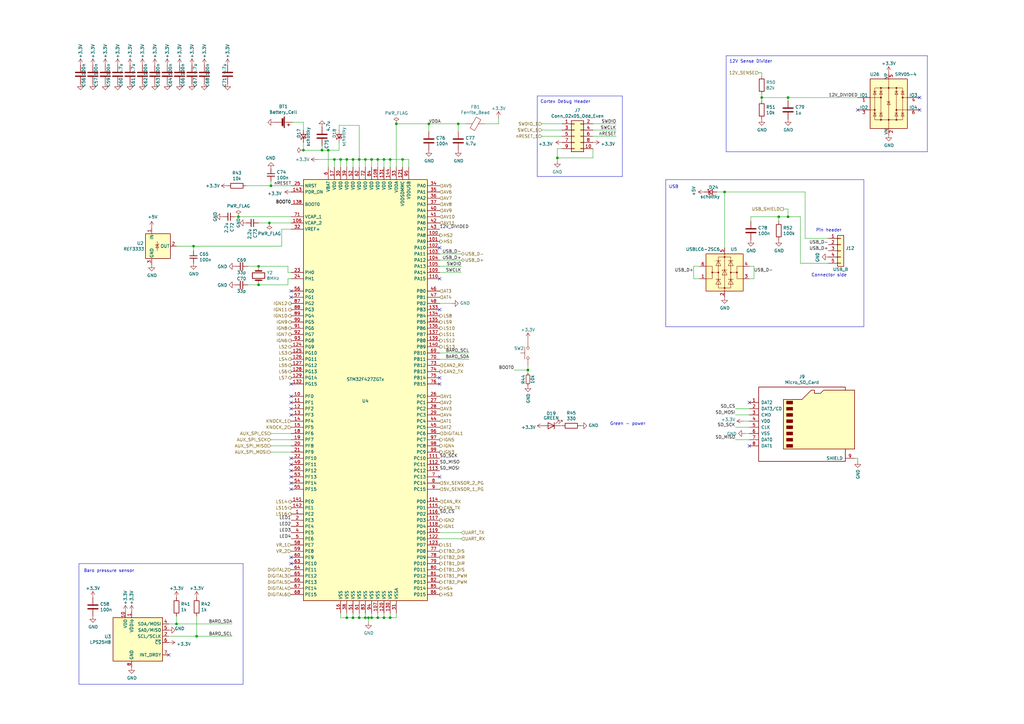
<source format=kicad_sch>
(kicad_sch (version 20231120) (generator "eeschema") (generator_version "8.0")
  (paper "A3")
  (junction (at 72.39 255.905))
  (junction (at 154.94 65.405))
  (junction (at 137.16 65.405))
  (junction (at 160.02 65.405))
  (junction (at 110.49 91.44))
  (junction (at 134.62 61.595))
  (junction (at 132.08 61.595))
  (junction (at 157.48 65.405))
  (junction (at 111.125 76.2))
  (junction (at 162.56 50.8))
  (junction (at 152.4 65.405))
  (junction (at 175.895 50.8))
  (junction (at 297.18 78.74))
  (junction (at 106.045 109.22))
  (junction (at 106.045 116.84))
  (junction (at 160.02 253.365))
  (junction (at 165.1 65.405))
  (junction (at 80.645 260.985))
  (junction (at 147.32 253.365))
  (junction (at 144.78 253.365))
  (junction (at 124.46 61.595))
  (junction (at 154.94 253.365))
  (junction (at 79.375 100.965))
  (junction (at 323.215 40.005))
  (junction (at 149.86 253.365))
  (junction (at 323.215 88.9))
  (junction (at 142.24 253.365))
  (junction (at 312.42 40.005))
  (junction (at 144.78 65.405))
  (junction (at 152.4 253.365))
  (junction (at 147.32 65.405))
  (junction (at 228.6 64.77))
  (junction (at 157.48 253.365))
  (junction (at 142.24 65.405))
  (junction (at 139.7 65.405))
  (junction (at 187.96 50.8))
  (junction (at 97.79 88.9))
  (junction (at 151.13 253.365))
  (junction (at 319.405 88.9))
  (junction (at 216.535 151.765))
  (junction (at 149.86 65.405))
  (no_connect (at 119.38 228.6))
  (no_connect (at 351.79 45.085))
  (no_connect (at 69.215 268.605))
  (no_connect (at 119.38 167.64))
  (no_connect (at 180.34 195.58))
  (no_connect (at 119.38 165.1))
  (no_connect (at 180.34 114.3))
  (no_connect (at 119.38 195.58))
  (no_connect (at 180.34 101.6))
  (no_connect (at 119.38 200.66))
  (no_connect (at 119.38 157.48))
  (no_connect (at 180.34 127))
  (no_connect (at 377.19 40.005))
  (no_connect (at 119.38 121.92))
  (no_connect (at 119.38 198.12))
  (no_connect (at 119.38 119.38))
  (no_connect (at 119.38 187.96))
  (no_connect (at 119.38 193.04))
  (no_connect (at 180.34 154.94))
  (no_connect (at 119.38 190.5))
  (no_connect (at 119.38 231.14))
  (no_connect (at 119.38 170.18))
  (no_connect (at 377.19 45.085))
  (no_connect (at 307.34 182.88))
  (no_connect (at 307.34 165.1))
  (no_connect (at 180.34 157.48))
  (no_connect (at 119.38 162.56))
  (wire (pts (xy 157.48 65.405) (xy 157.48 68.58)))
  (wire (pts (xy 139.7 253.365) (xy 142.24 253.365)))
  (wire (pts (xy 149.86 253.365) (xy 149.86 251.46)))
  (wire (pts (xy 198.755 50.8) (xy 204.47 50.8)))
  (polyline (pts (xy 297.815 22.86) (xy 297.815 62.23)))
  (wire (pts (xy 149.86 253.365) (xy 151.13 253.365)))
  (wire (pts (xy 216.535 139.065) (xy 216.535 139.7)))
  (wire (pts (xy 160.02 65.405) (xy 160.02 68.58)))
  (polyline (pts (xy 380.365 62.23) (xy 380.365 22.86)))
  (wire (pts (xy 328.295 107.95) (xy 339.725 107.95)))
  (wire (pts (xy 119.38 185.42) (xy 111.125 185.42)))
  (wire (pts (xy 72.39 255.905) (xy 95.25 255.905)))
  (wire (pts (xy 152.4 65.405) (xy 154.94 65.405)))
  (wire (pts (xy 120.015 50.165) (xy 124.46 50.165)))
  (wire (pts (xy 189.23 111.76) (xy 180.34 111.76)))
  (wire (pts (xy 189.23 218.44) (xy 180.34 218.44)))
  (wire (pts (xy 110.49 91.44) (xy 119.38 91.44)))
  (wire (pts (xy 167.64 65.405) (xy 165.1 65.405)))
  (wire (pts (xy 301.625 180.34) (xy 307.34 180.34)))
  (wire (pts (xy 154.94 251.46) (xy 154.94 253.365)))
  (wire (pts (xy 230.505 60.96) (xy 228.6 60.96)))
  (wire (pts (xy 119.38 88.9) (xy 97.79 88.9)))
  (wire (pts (xy 139.7 65.405) (xy 139.7 68.58)))
  (wire (pts (xy 130.175 65.405) (xy 137.16 65.405)))
  (wire (pts (xy 152.4 68.58) (xy 152.4 65.405)))
  (wire (pts (xy 111.125 76.2) (xy 119.38 76.2)))
  (wire (pts (xy 204.47 50.8) (xy 204.47 48.26)))
  (wire (pts (xy 119.38 111.76) (xy 118.11 111.76)))
  (wire (pts (xy 144.78 253.365) (xy 147.32 253.365)))
  (wire (pts (xy 309.245 109.22) (xy 309.245 114.3)))
  (wire (pts (xy 106.045 109.22) (xy 118.11 109.22)))
  (wire (pts (xy 124.46 61.595) (xy 124.46 58.42)))
  (wire (pts (xy 312.42 29.845) (xy 311.15 29.845)))
  (wire (pts (xy 132.08 61.595) (xy 124.46 61.595)))
  (polyline (pts (xy 32.385 280.67) (xy 99.695 280.67)))
  (wire (pts (xy 69.215 260.985) (xy 80.645 260.985)))
  (wire (pts (xy 189.23 104.14) (xy 180.34 104.14)))
  (wire (pts (xy 111.125 76.2) (xy 111.125 74.295)))
  (wire (pts (xy 72.39 100.965) (xy 79.375 100.965)))
  (wire (pts (xy 243.205 55.88) (xy 252.73 55.88)))
  (wire (pts (xy 147.32 253.365) (xy 149.86 253.365)))
  (wire (pts (xy 115.57 93.98) (xy 119.38 93.98)))
  (wire (pts (xy 151.13 255.27) (xy 151.13 253.365)))
  (wire (pts (xy 323.215 40.005) (xy 323.215 41.275)))
  (wire (pts (xy 154.94 68.58) (xy 154.94 65.405)))
  (polyline (pts (xy 255.27 72.39) (xy 220.345 72.39)))
  (wire (pts (xy 180.34 147.32) (xy 192.405 147.32)))
  (wire (pts (xy 297.18 78.74) (xy 294.005 78.74)))
  (wire (pts (xy 228.6 60.96) (xy 228.6 64.77)))
  (wire (pts (xy 165.1 65.405) (xy 165.1 68.58)))
  (wire (pts (xy 139.7 65.405) (xy 142.24 65.405)))
  (wire (pts (xy 137.16 65.405) (xy 137.16 68.58)))
  (wire (pts (xy 284.48 109.22) (xy 284.48 114.3)))
  (wire (pts (xy 321.31 85.725) (xy 323.215 85.725)))
  (polyline (pts (xy 32.385 231.14) (xy 32.385 280.67)))
  (polyline (pts (xy 273.05 73.66) (xy 354.33 73.66)))
  (wire (pts (xy 301.625 175.26) (xy 307.34 175.26)))
  (wire (pts (xy 304.8 172.72) (xy 307.34 172.72)))
  (wire (pts (xy 118.11 111.76) (xy 118.11 109.22)))
  (polyline (pts (xy 220.345 39.37) (xy 255.27 39.37)))
  (polyline (pts (xy 99.695 280.67) (xy 99.695 231.14)))
  (wire (pts (xy 79.375 100.965) (xy 115.57 100.965)))
  (wire (pts (xy 180.34 106.68) (xy 189.23 106.68)))
  (wire (pts (xy 118.11 116.84) (xy 118.11 114.3)))
  (wire (pts (xy 154.94 65.405) (xy 157.48 65.405)))
  (wire (pts (xy 339.725 97.79) (xy 330.2 97.79)))
  (wire (pts (xy 137.16 65.405) (xy 139.7 65.405)))
  (wire (pts (xy 149.86 65.405) (xy 152.4 65.405)))
  (wire (pts (xy 97.79 88.9) (xy 96.52 88.9)))
  (wire (pts (xy 330.2 78.74) (xy 297.18 78.74)))
  (wire (pts (xy 160.02 65.405) (xy 165.1 65.405)))
  (wire (pts (xy 142.24 253.365) (xy 144.78 253.365)))
  (wire (pts (xy 154.94 253.365) (xy 157.48 253.365)))
  (wire (pts (xy 175.895 50.8) (xy 175.895 53.975)))
  (wire (pts (xy 312.42 40.005) (xy 323.215 40.005)))
  (wire (pts (xy 216.535 151.765) (xy 210.82 151.765)))
  (wire (pts (xy 134.62 61.595) (xy 134.62 68.58)))
  (wire (pts (xy 187.96 53.975) (xy 187.96 50.8)))
  (polyline (pts (xy 297.815 22.86) (xy 380.365 22.86)))
  (wire (pts (xy 144.78 65.405) (xy 144.78 68.58)))
  (polyline (pts (xy 220.345 39.37) (xy 220.345 72.39)))
  (wire (pts (xy 160.02 253.365) (xy 160.02 251.46)))
  (wire (pts (xy 351.79 187.96) (xy 350.52 187.96)))
  (wire (pts (xy 139.7 251.46) (xy 139.7 253.365)))
  (wire (pts (xy 147.32 68.58) (xy 147.32 65.405)))
  (wire (pts (xy 351.79 189.23) (xy 351.79 187.96)))
  (wire (pts (xy 187.96 50.8) (xy 191.135 50.8)))
  (wire (pts (xy 79.375 100.965) (xy 79.375 102.87)))
  (polyline (pts (xy 99.695 231.14) (xy 32.385 231.14)))
  (wire (pts (xy 323.215 40.005) (xy 351.79 40.005)))
  (wire (pts (xy 243.205 50.8) (xy 252.73 50.8)))
  (wire (pts (xy 118.11 114.3) (xy 119.38 114.3)))
  (wire (pts (xy 307.34 109.22) (xy 309.245 109.22)))
  (wire (pts (xy 187.96 50.8) (xy 175.895 50.8)))
  (wire (pts (xy 162.56 50.8) (xy 162.56 68.58)))
  (wire (pts (xy 119.38 182.88) (xy 111.125 182.88)))
  (wire (pts (xy 284.48 114.3) (xy 287.02 114.3)))
  (wire (pts (xy 162.56 50.8) (xy 175.895 50.8)))
  (wire (pts (xy 80.645 260.985) (xy 95.25 260.985)))
  (wire (pts (xy 101.6 116.84) (xy 106.045 116.84)))
  (wire (pts (xy 124.46 50.165) (xy 124.46 53.34)))
  (wire (pts (xy 147.32 251.46) (xy 147.32 253.365)))
  (wire (pts (xy 307.975 88.9) (xy 307.975 90.805)))
  (wire (pts (xy 305.435 177.8) (xy 307.34 177.8)))
  (wire (pts (xy 142.24 65.405) (xy 142.24 68.58)))
  (wire (pts (xy 323.215 88.9) (xy 319.405 88.9)))
  (wire (pts (xy 152.4 251.46) (xy 152.4 253.365)))
  (wire (pts (xy 80.645 252.73) (xy 80.645 260.985)))
  (wire (pts (xy 147.32 51.435) (xy 139.065 51.435)))
  (wire (pts (xy 157.48 253.365) (xy 160.02 253.365)))
  (wire (pts (xy 142.24 253.365) (xy 142.24 251.46)))
  (wire (pts (xy 319.405 88.9) (xy 307.975 88.9)))
  (wire (pts (xy 100.965 76.2) (xy 111.125 76.2)))
  (wire (pts (xy 301.625 170.18) (xy 307.34 170.18)))
  (polyline (pts (xy 255.27 39.37) (xy 255.27 72.39)))
  (wire (pts (xy 151.13 253.365) (xy 152.4 253.365)))
  (wire (pts (xy 216.535 153.035) (xy 216.535 151.765)))
  (wire (pts (xy 157.48 253.365) (xy 157.48 251.46)))
  (wire (pts (xy 307.34 114.3) (xy 309.245 114.3)))
  (wire (pts (xy 106.045 91.44) (xy 110.49 91.44)))
  (polyline (pts (xy 354.33 133.985) (xy 273.05 133.985)))
  (wire (pts (xy 72.39 252.73) (xy 72.39 255.905)))
  (wire (pts (xy 222.25 50.8) (xy 230.505 50.8)))
  (wire (pts (xy 222.25 174.625) (xy 222.885 174.625)))
  (wire (pts (xy 284.48 109.22) (xy 287.02 109.22)))
  (wire (pts (xy 162.56 253.365) (xy 162.56 251.46)))
  (wire (pts (xy 243.205 53.34) (xy 252.73 53.34)))
  (wire (pts (xy 144.78 65.405) (xy 147.32 65.405)))
  (wire (pts (xy 297.18 101.6) (xy 297.18 78.74)))
  (wire (pts (xy 106.045 116.84) (xy 118.11 116.84)))
  (wire (pts (xy 216.535 151.765) (xy 216.535 149.86)))
  (wire (pts (xy 152.4 253.365) (xy 154.94 253.365)))
  (wire (pts (xy 132.08 59.69) (xy 132.08 61.595)))
  (wire (pts (xy 139.065 58.42) (xy 139.065 61.595)))
  (wire (pts (xy 243.205 60.96) (xy 243.205 64.77)))
  (wire (pts (xy 312.42 40.005) (xy 312.42 41.275)))
  (wire (pts (xy 139.065 61.595) (xy 134.62 61.595)))
  (wire (pts (xy 147.32 65.405) (xy 149.86 65.405)))
  (wire (pts (xy 189.23 109.22) (xy 180.34 109.22)))
  (wire (pts (xy 328.295 88.9) (xy 323.215 88.9)))
  (wire (pts (xy 115.57 93.98) (xy 115.57 100.965)))
  (wire (pts (xy 106.045 109.22) (xy 101.6 109.22)))
  (wire (pts (xy 139.065 51.435) (xy 139.065 53.34)))
  (wire (pts (xy 330.2 97.79) (xy 330.2 78.74)))
  (wire (pts (xy 149.86 68.58) (xy 149.86 65.405)))
  (wire (pts (xy 312.42 38.735) (xy 312.42 40.005)))
  (wire (pts (xy 312.42 31.115) (xy 312.42 29.845)))
  (wire (pts (xy 228.6 64.77) (xy 228.6 66.04)))
  (wire (pts (xy 167.64 68.58) (xy 167.64 65.405)))
  (polyline (pts (xy 297.815 62.23) (xy 380.365 62.23)))
  (wire (pts (xy 157.48 65.405) (xy 160.02 65.405)))
  (polyline (pts (xy 273.05 133.985) (xy 273.05 73.66)))
  (wire (pts (xy 134.62 61.595) (xy 132.08 61.595)))
  (wire (pts (xy 222.25 55.88) (xy 230.505 55.88)))
  (wire (pts (xy 144.78 251.46) (xy 144.78 253.365)))
  (polyline (pts (xy 354.33 73.66) (xy 354.33 133.985)))
  (wire (pts (xy 228.6 64.77) (xy 243.205 64.77)))
  (wire (pts (xy 189.23 220.98) (xy 180.34 220.98)))
  (wire (pts (xy 229.87 174.625) (xy 230.505 174.625)))
  (wire (pts (xy 147.32 65.405) (xy 147.32 51.435)))
  (wire (pts (xy 323.215 85.725) (xy 323.215 88.9)))
  (wire (pts (xy 111.125 180.34) (xy 119.38 180.34)))
  (wire (pts (xy 69.215 255.905) (xy 72.39 255.905)))
  (wire (pts (xy 222.25 53.34) (xy 230.505 53.34)))
  (wire (pts (xy 301.625 167.64) (xy 307.34 167.64)))
  (wire (pts (xy 111.125 177.8) (xy 119.38 177.8)))
  (wire (pts (xy 319.405 90.805) (xy 319.405 88.9)))
  (wire (pts (xy 160.02 253.365) (xy 162.56 253.365)))
  (wire (pts (xy 192.405 144.78) (xy 180.34 144.78)))
  (wire (pts (xy 328.295 107.95) (xy 328.295 88.9)))
  (wire (pts (xy 142.24 65.405) (xy 144.78 65.405)))
  (wire (pts (xy 185.42 124.46) (xy 180.34 124.46)))
  (text "Connector side" (at 332.74 113.665 0) (effects (font (size 1.27 1.27)) (justify left bottom)))
  (text "Cortex Debug Header" (at 221.615 42.545 0) (effects (font (size 1.27 1.27)) (justify left bottom)))
  (text "Green - power" (at 250.19 174.625 0) (effects (font (size 1.27 1.27)) (justify left bottom)))
  (text "Baro pressure sensor" (at 34.29 234.95 0) (effects (font (size 1.27 1.27)) (justify left bottom)))
  (text "USB" (at 274.32 77.47 0) (effects (font (size 1.27 1.27)) (justify left bottom)))
  (text "Pin header" (at 334.645 95.25 0) (effects (font (size 1.27 1.27)) (justify left bottom)))
  (text "12V Sense Divider" (at 299.085 26.035 0) (effects (font (size 1.27 1.27)) (justify left bottom)))
  (label "SWCLK" (at 189.23 111.76 180))
  (label "SD_SCK" (at 180.34 187.96 0))
  (label "USB_D+" (at 284.48 111.76 180))
  (label "BARO_SCL" (at 192.405 144.78 180))
  (label "BARO_SDA" (at 95.25 255.905 180))
  (label "nRESET" (at 112.395 76.2 0))
  (label "USB_D+" (at 189.23 106.68 180))
  (label "SD_MOSI" (at 301.625 170.18 180))
  (label "SWDIO" (at 252.73 50.8 180))
  (label "USB_D-" (at 339.725 100.33 180))
  (label "BOOT0" (at 119.38 83.82 180))
  (label "12V_DIVIDED" (at 180.34 93.98 0))
  (label "BARO_SCL" (at 95.25 260.985 180))
  (label "LED3" (at 119.38 218.44 180))
  (label "SD_CS" (at 180.34 210.82 0))
  (label "BOOT0" (at 210.82 151.765 180))
  (label "USB_D-" (at 189.23 104.14 180))
  (label "USB_D+" (at 339.725 102.87 180))
  (label "SWDIO" (at 189.23 109.22 180))
  (label "SD_MISO" (at 180.34 190.5 0))
  (label "LED1" (at 119.38 213.36 180))
  (label "BOOT0" (at 119.38 83.82 180))
  (label "BARO_SDA" (at 192.405 147.32 180))
  (label "VDDA" (at 175.895 50.8 0))
  (label "nRESET" (at 252.73 55.88 180))
  (label "SD_CS" (at 301.625 167.64 180))
  (label "LED2" (at 119.38 215.9 180))
  (label "12V_DIVIDED" (at 351.79 40.005 180))
  (label "SD_MOSI" (at 180.34 193.04 0))
  (label "USB_D-" (at 309.245 111.76 0))
  (label "SWCLK" (at 252.73 53.34 180))
  (label "SD_SCK" (at 301.625 175.26 180))
  (label "LED4" (at 119.38 220.98 180))
  (label "SD_MISO" (at 301.625 180.34 180))
  (hierarchical_label "AV7" (shape input) (at 180.34 81.28 0))
  (hierarchical_label "IGN3" (shape output) (at 180.34 185.42 0))
  (hierarchical_label "AT2" (shape input) (at 180.34 175.26 0))
  (hierarchical_label "ETB2_DIS" (shape output) (at 180.34 226.06 0))
  (hierarchical_label "LS7" (shape output) (at 119.38 154.94 180))
  (hierarchical_label "IGN2" (shape output) (at 180.34 213.36 0))
  (hierarchical_label "nRESET_1" (shape input) (at 222.25 55.88 180))
  (hierarchical_label "5V_SENSOR_2_PG" (shape input) (at 180.34 198.12 0))
  (hierarchical_label "AV10" (shape input) (at 180.34 88.9 0))
  (hierarchical_label "ETB1_DIR" (shape output) (at 180.34 231.14 0))
  (hierarchical_label "VR_2" (shape input) (at 119.38 226.06 180))
  (hierarchical_label "LS5" (shape output) (at 119.38 149.86 180))
  (hierarchical_label "CAN_TX" (shape output) (at 180.34 208.28 0))
  (hierarchical_label "ETB1_DIS" (shape output) (at 180.34 233.68 0))
  (hierarchical_label "AV5" (shape input) (at 180.34 76.2 0))
  (hierarchical_label "LS3" (shape output) (at 119.38 144.78 180))
  (hierarchical_label "5V_SENSOR_1_PG" (shape input) (at 180.34 200.66 0))
  (hierarchical_label "LS12" (shape output) (at 180.34 139.7 0))
  (hierarchical_label "12V_SENSE" (shape input) (at 311.15 29.845 180))
  (hierarchical_label "IGN4" (shape output) (at 180.34 182.88 0))
  (hierarchical_label "HS4" (shape output) (at 180.34 241.3 0))
  (hierarchical_label "ETB2_DIR" (shape output) (at 180.34 228.6 0))
  (hierarchical_label "DIGITAL2" (shape input) (at 119.38 233.68 180))
  (hierarchical_label "ETB1_PWM" (shape output) (at 180.34 236.22 0))
  (hierarchical_label "SWDIO_1" (shape input) (at 222.25 50.8 180))
  (hierarchical_label "AV4" (shape input) (at 180.34 170.18 0))
  (hierarchical_label "LS13" (shape output) (at 180.34 142.24 0))
  (hierarchical_label "AUX_SPI_SCK" (shape input) (at 111.125 180.34 180))
  (hierarchical_label "UART_RX" (shape input) (at 189.23 220.98 0))
  (hierarchical_label "IGN7" (shape output) (at 119.38 137.16 180))
  (hierarchical_label "LS8" (shape output) (at 180.34 129.54 0))
  (hierarchical_label "AV1" (shape input) (at 180.34 162.56 0))
  (hierarchical_label "LS9" (shape output) (at 180.34 132.08 0))
  (hierarchical_label "CAN2_TX" (shape output) (at 180.34 152.4 0))
  (hierarchical_label "IGN11" (shape output) (at 119.38 127 180))
  (hierarchical_label "LS6" (shape output) (at 119.38 152.4 180))
  (hierarchical_label "CAN2_RX" (shape input) (at 180.34 149.86 0))
  (hierarchical_label "IGN9" (shape output) (at 119.38 132.08 180))
  (hierarchical_label "CAN_RX" (shape input) (at 180.34 205.74 0))
  (hierarchical_label "IGN5" (shape output) (at 180.34 180.34 0))
  (hierarchical_label "AUX_SPI_MISO" (shape input) (at 111.125 182.88 180))
  (hierarchical_label "KNOCK_2" (shape input) (at 119.38 175.26 180))
  (hierarchical_label "AT4" (shape input) (at 180.34 121.92 0))
  (hierarchical_label "LS16" (shape output) (at 119.38 210.82 180))
  (hierarchical_label "LS4" (shape output) (at 119.38 147.32 180))
  (hierarchical_label "USB_SHIELD" (shape passive) (at 321.31 85.725 180))
  (hierarchical_label "LS11" (shape output) (at 180.34 137.16 0))
  (hierarchical_label "DIGITAL4" (shape input) (at 119.38 241.3 180))
  (hierarchical_label "AT1" (shape input) (at 180.34 172.72 0))
  (hierarchical_label "IGN1" (shape output) (at 180.34 215.9 0))
  (hierarchical_label "AV6" (shape input) (at 180.34 78.74 0))
  (hierarchical_label "DIGITAL5" (shape input) (at 119.38 238.76 180))
  (hierarchical_label "AV11" (shape input) (at 180.34 91.44 0))
  (hierarchical_label "USB_D+" (shape bidirectional) (at 189.23 106.68 0))
  (hierarchical_label "IGN10" (shape output) (at 119.38 129.54 180))
  (hierarchical_label "ETB2_PWM" (shape output) (at 180.34 238.76 0))
  (hierarchical_label "LS1" (shape output) (at 180.34 223.52 0))
  (hierarchical_label "AUX_SPI_CS" (shape input) (at 111.125 177.8 180))
  (hierarchical_label "AV2" (shape input) (at 180.34 165.1 0))
  (hierarchical_label "DIGITAL3" (shape input) (at 119.38 236.22 180))
  (hierarchical_label "AT3" (shape input) (at 180.34 119.38 0))
  (hierarchical_label "DIGITAL1" (shape input) (at 180.34 177.8 0))
  (hierarchical_label "SWCLK_1" (shape input) (at 222.25 53.34 180))
  (hierarchical_label "LS14" (shape output) (at 119.38 205.74 180))
  (hierarchical_label "AV9" (shape input) (at 180.34 86.36 0))
  (hierarchical_label "LS15" (shape output) (at 119.38 208.28 180))
  (hierarchical_label "IGN6" (shape output) (at 119.38 139.7 180))
  (hierarchical_label "HS3" (shape output) (at 180.34 243.84 0))
  (hierarchical_label "AV8" (shape input) (at 180.34 83.82 0))
  (hierarchical_label "LS2" (shape output) (at 119.38 142.24 180))
  (hierarchical_label "VR_1" (shape input) (at 119.38 223.52 180))
  (hierarchical_label "AV3" (shape input) (at 180.34 167.64 0))
  (hierarchical_label "AUX_SPI_MOSI" (shape input) (at 111.125 185.42 180))
  (hierarchical_label "IGN8" (shape output) (at 119.38 134.62 180))
  (hierarchical_label "IGN12" (shape output) (at 119.38 124.46 180))
  (hierarchical_label "HS1" (shape output) (at 180.34 99.06 0))
  (hierarchical_label "LS10" (shape output) (at 180.34 134.62 0))
  (hierarchical_label "HS2" (shape output) (at 180.34 96.52 0))
  (hierarchical_label "USB_D-" (shape bidirectional) (at 189.23 104.14 0))
  (hierarchical_label "DIGITAL6" (shape input) (at 119.38 243.84 180))
  (hierarchical_label "KNOCK_1" (shape input) (at 119.38 172.72 180))
  (hierarchical_label "UART_TX" (shape input) (at 189.23 218.44 0))
  (symbol (lib_id "Connector_Generic:Conn_01x05") (at 344.805 102.87 0) (unit 1)
    (property "Reference" "J12" (at 346.837 101.8032 0) (effects (justify left)))
    (property "Value" "USB_B" (at 341.63 110.49 0) (effects (justify left)))
    (property "Footprint" "conn_5_2.5mm:conn_5_2.5mm" (effects (hide yes)))
    (property "PN" "UB-20PMFP-LC7002" (effects (hide yes)))
    (property "LCSC" "N/A" (effects (hide yes)))
    (instances (project "ECUGDI" (path "" (reference "J12") (unit 1))) (project "proteus" (path "" (reference "J1504") (unit 1))))
  )
  (symbol (lib_id "Device:R") (at 80.645 248.92 0) (unit 1)
    (property "Reference" "R42" (at 82.423 247.7516 0) (effects (justify left)))
    (property "Value" "1k" (at 82.423 250.063 0) (effects (justify left)))
    (property "Footprint" "Resistor_SMD:R_0402_1005Metric" (effects (hide yes)))
    (property "LCSC" "C11702" (effects (hide yes)))
    (property "LCSC_ext" "0" (effects (hide yes)))
    (property "PN" "0402WGF1001TCE" (effects (hide yes)))
    (instances (project "ECUGDI" (path "" (reference "R42") (unit 1))) (project "proteus" (path "" (reference "R41") (unit 1))))
  )
  (symbol (lib_id "power:GND") (at 323.215 48.895 0) (unit 1)
    (property "Reference" "#PWR0133" (effects (hide yes)))
    (property "Value" "GND" (at 323.342 53.2892 0))
    (instances (project "ECUGDI" (path "" (reference "#PWR0133") (unit 1))) (project "proteus" (path "" (reference "#PWR01533") (unit 1))))
  )
  (symbol (lib_id "power:GND") (at 319.405 98.425 0) (unit 1)
    (property "Reference" "#PWR0132" (effects (hide yes)))
    (property "Value" "GND" (at 319.532 102.8192 0))
    (instances (project "ECUGDI" (path "" (reference "#PWR0132") (unit 1))) (project "proteus" (path "" (reference "#PWR01523") (unit 1))))
  )
  (symbol (lib_id "proteus-rescue:Ferrite_Bead-Device") (at 194.945 50.8 270) (unit 1)
    (property "Reference" "FB1" (at 194.945 43.8404 90))
    (property "Value" "Ferrite_Bead" (at 194.945 46.1518 90))
    (property "Footprint" "Inductor_SMD:L_0805_2012Metric" (effects (hide yes)))
    (property "PN" "GZ2012D101TF" (effects (hide yes)))
    (property "LCSC" "C1015" (effects (hide yes)))
    (property "LCSC_ext" "0" (effects (hide yes)))
    (instances (project "ECUGDI" (path "" (reference "FB1") (unit 1))) (project "proteus" (path "" (reference "FB1501") (unit 1))))
  )
  (symbol (lib_id "power:GND") (at 96.52 109.22 270) (unit 1)
    (property "Reference" "#PWR096" (effects (hide yes)))
    (property "Value" "GND" (at 93.2688 109.347 90) (effects (justify right)))
    (instances (project "ECUGDI" (path "" (reference "#PWR096") (unit 1))) (project "proteus" (path "" (reference "#PWR01528") (unit 1))))
  )
  (symbol (lib_id "Switch:SW_Push") (at 216.535 144.78 90) (unit 1)
    (property "Reference" "SW2" (at 210.82 142.875 90) (effects (justify right)))
    (property "Value" "SW_Push" (effects (hide yes)))
    (property "Footprint" "Button_Switch_SMD:SW_SPST_EVQQ2" (effects (hide yes)))
    (property "PN" "TS-1187A-C-E-B" (effects (hide yes)))
    (property "LCSC" "C318887" (effects (hide yes)))
    (property "LCSC_ext" "1" (effects (hide yes)))
    (instances (project "ECUGDI" (path "" (reference "SW2") (unit 1))) (project "proteus" (path "" (reference "SW1502") (unit 1))))
  )
  (symbol (lib_id "power:+3.3V") (at 222.885 174.625 90) (unit 1)
    (property "Reference" "#PWR011" (effects (hide yes)))
    (property "Value" "+3.3V" (at 219.71 175.26 90) (effects (justify left)))
  )
  (symbol (lib_id "power:PWR_FLAG") (at 124.46 61.595 90) (unit 1)
    (property "Reference" "#FLG05" (effects (hide yes)))
    (property "Value" "PWR_FLAG" (effects (hide yes)))
    (instances (project "ECUGDI" (path "" (reference "#FLG05") (unit 1))) (project "proteus" (path "" (reference "#FLG0110") (unit 1))))
  )
  (symbol (lib_id "Connector:Micro_SD_Card") (at 330.2 172.72 0) (unit 1)
    (property "Reference" "J9" (at 328.93 154.5082 0))
    (property "Value" "Micro_SD_Card" (at 328.93 156.8196 0))
    (property "Footprint" "Connector_Card:microSD_HC_Wuerth_693072010801" (effects (hide yes)))
    (property "Datasheet" "http://katalog.we-online.de/em/datasheet/693072010801.pdf" (effects (hide yes)))
    (property "LCSC" "C164170" (effects (hide yes)))
    (property "PN" "47219-2001" (effects (hide yes)))
    (instances (project "ECUGDI" (path "" (reference "J9") (unit 1))) (project "proteus" (path "" (reference "J1") (unit 1))))
  )
  (symbol (lib_id "power:+3.3V") (at 204.47 48.26 0) (unit 1)
    (property "Reference" "#PWR012" (effects (hide yes)))
    (property "Value" "+3.3V" (at 204.47 44.4686 0))
  )
  (symbol (lib_id "Device:R") (at 312.42 34.925 0) (unit 1)
    (property "Reference" "R50" (at 314.198 33.7566 0) (effects (justify left)))
    (property "Value" "82k" (at 314.198 36.068 0) (effects (justify left)))
    (property "Footprint" "Resistor_SMD:R_0603_1608Metric" (effects (hide yes)))
    (property "LCSC" "C23254" (effects (hide yes)))
    (property "LCSC_ext" "0" (effects (hide yes)))
    (property "PN" "0603WAF8202T5E" (effects (hide yes)))
    (instances (project "ECUGDI" (path "" (reference "R50") (unit 1))) (project "proteus" (path "" (reference "R1503") (unit 1))))
  )
  (symbol (lib_id "power:GND") (at 38.1 34.29 0) (mirror y) (unit 1)
    (property "Reference" "#PWR065" (effects (hide yes)))
    (property "Value" "GND" (effects (hide yes)))
    (instances (project "ECUGDI" (path "" (reference "#PWR065") (unit 1))) (project "proteus" (path "" (reference "#PWR01504") (unit 1))))
  )
  (symbol (lib_id "power:GND") (at 307.975 98.425 0) (unit 1)
    (property "Reference" "#PWR0130" (effects (hide yes)))
    (property "Value" "GND" (at 308.102 102.8192 0))
    (instances (project "ECUGDI" (path "" (reference "#PWR0130") (unit 1))) (project "proteus" (path "" (reference "#PWR01522") (unit 1))))
  )
  (symbol (lib_id "power:+3.3V") (at 304.8 172.72 90) (unit 1)
    (property "Reference" "#PWR0101" (effects (hide yes)))
    (property "Value" "+3.3V" (at 301.625 172.085 90) (effects (justify left)))
  )
  (symbol (lib_id "power:+3.3V") (at 58.42 26.67 0) (unit 1)
    (property "Reference" "#PWR054" (effects (hide yes)))
    (property "Value" "+3.3V" (at 58.42 20.955 90))
  )
  (symbol (lib_id "power:+3.3V") (at 119.38 78.74 90) (unit 1)
    (property "Reference" "#PWR0106" (effects (hide yes)))
    (property "Value" "+3.3V" (at 115.57 79.375 90) (effects (justify left)))
  )
  (symbol (lib_id "Device:C") (at 38.1 248.92 0) (unit 1)
    (property "Reference" "C58" (at 41.021 247.7516 0) (effects (justify left)))
    (property "Value" "100n" (at 41.021 250.063 0) (effects (justify left)))
    (property "Footprint" "Capacitor_SMD:C_0603_1608Metric" (effects (hide yes)))
    (property "LCSC" "C14663" (effects (hide yes)))
    (property "LCSC_ext" "0" (effects (hide yes)))
    (property "PN" "CC0603KRX7R9BB104" (effects (hide yes)))
    (instances (project "ECUGDI" (path "" (reference "C58") (unit 1))) (project "proteus" (path "" (reference "C20") (unit 1))))
  )
  (symbol (lib_id "proteus-rescue:LPS25HB-Sensor_Pressure") (at 56.515 260.985 0) (unit 1)
    (property "Reference" "U3" (at 45.593 261.0866 0) (effects (justify right)))
    (property "Value" "LPS25HB" (at 45.593 263.398 0) (effects (justify right)))
    (property "Footprint" "Package_LGA:ST_HLGA-10_2.5x2.5mm_P0.6mm_LayoutBorder3x2y" (effects (hide yes)))
    (property "Datasheet" "www.st.com/resource/en/datasheet/lps25hb.pdf" (effects (hide yes)))
    (property "LCSC" "C94049" (effects (hide yes)))
    (property "LCSC_ext" "1" (effects (hide yes)))
    (property "PN" " LPS22HBTR" (effects (hide yes)))
    (instances (project "ECUGDI" (path "" (reference "U3") (unit 1))) (project "proteus" (path "" (reference "U9") (unit 1))))
  )
  (symbol (lib_id "Device:D_Schottky_Small") (at 124.46 55.88 90) (unit 1)
    (property "Reference" "D17" (at 122.555 52.705 0) (effects (justify right)))
    (property "Value" "schottky" (at 126.365 52.07 0) (effects (justify right)))
    (property "Footprint" "Diode_SMD:D_SOD-123" (effects (hide yes)))
    (property "PN" "B5819W SL" (effects (hide yes)))
    (property "LCSC" "C8598" (effects (hide yes)))
    (property "LCSC_ext" "0" (effects (hide yes)))
    (instances (project "ECUGDI" (path "" (reference "D17") (unit 1))) (project "proteus" (path "" (reference "D3") (unit 1))))
  )
  (symbol (lib_id "power:GND") (at 185.42 124.46 90) (unit 1)
    (property "Reference" "#PWR0111" (effects (hide yes)))
    (property "Value" "GND" (at 188.6712 124.333 90) (effects (justify right)))
    (instances (project "ECUGDI" (path "" (reference "#PWR0111") (unit 1))) (project "proteus" (path "" (reference "#PWR0312") (unit 1))))
  )
  (symbol (lib_id "Device:R") (at 72.39 248.92 0) (unit 1)
    (property "Reference" "R41" (at 74.168 247.7516 0) (effects (justify left)))
    (property "Value" "1k" (at 74.168 250.063 0) (effects (justify left)))
    (property "Footprint" "Resistor_SMD:R_0402_1005Metric" (effects (hide yes)))
    (property "LCSC" "C11702" (effects (hide yes)))
    (property "LCSC_ext" "0" (effects (hide yes)))
    (property "PN" "0402WGF1001TCE" (effects (hide yes)))
    (instances (project "ECUGDI" (path "" (reference "R41") (unit 1))) (project "proteus" (path "" (reference "R39") (unit 1))))
  )
  (symbol (lib_id "power:GND") (at 96.52 116.84 270) (unit 1)
    (property "Reference" "#PWR097" (effects (hide yes)))
    (property "Value" "GND" (at 93.2688 116.967 90) (effects (justify right)))
    (instances (project "ECUGDI" (path "" (reference "#PWR097") (unit 1))) (project "proteus" (path "" (reference "#PWR01529") (unit 1))))
  )
  (symbol (lib_id "Device:C") (at 63.5 30.48 0) (mirror x) (unit 1)
    (property "Reference" "C63" (at 64.77 31.75 90) (effects (justify left)))
    (property "Value" "100n" (at 64.77 26.035 90) (effects (justify left)))
    (property "Footprint" "Capacitor_SMD:C_0603_1608Metric" (effects (hide yes)))
    (property "PN" "CC0603KRX7R9BB104" (effects (hide yes)))
    (property "LCSC" "C14663" (effects (hide yes)))
    (property "LCSC_ext" "0" (effects (hide yes)))
    (instances (project "ECUGDI" (path "" (reference "C63") (unit 1))) (project "proteus" (path "" (reference "C1509") (unit 1))))
  )
  (symbol (lib_id "power:GND") (at 297.18 121.92 0) (unit 1)
    (property "Reference" "#PWR0127" (effects (hide yes)))
    (property "Value" "GND" (at 297.307 126.3142 0))
    (instances (project "ECUGDI" (path "" (reference "#PWR0127") (unit 1))) (project "proteus" (path "" (reference "#PWR0254") (unit 1))))
  )
  (symbol (lib_id "Device:C") (at 323.215 45.085 0) (unit 1)
    (property "Reference" "C79" (at 326.136 43.9166 0) (effects (justify left)))
    (property "Value" "1u" (at 326.136 46.228 0) (effects (justify left)))
    (property "Footprint" "Capacitor_SMD:C_0603_1608Metric" (effects (hide yes)))
    (property "LCSC" "C15849" (effects (hide yes)))
    (property "LCSC_ext" "0" (effects (hide yes)))
    (property "PN" "CL10A105KB8NNNC" (effects (hide yes)))
    (instances (project "ECUGDI" (path "" (reference "C79") (unit 1))) (project "proteus" (path "" (reference "C1523") (unit 1))))
  )
  (symbol (lib_id "power:GND") (at 364.49 55.245 0) (unit 1)
    (property "Reference" "#PWR0140" (effects (hide yes)))
    (property "Value" "GND" (at 364.617 59.6392 0))
    (instances (project "ECUGDI" (path "" (reference "#PWR0140") (unit 1))) (project "proteus" (path "" (reference "#PWR01531") (unit 1))))
  )
  (symbol (lib_id "power:+3.3V") (at 216.535 139.065 0) (unit 1)
    (property "Reference" "#PWR010" (effects (hide yes)))
    (property "Value" "+3.3V" (at 216.535 135.255 0))
  )
  (symbol (lib_id "Device:C") (at 307.975 94.615 0) (unit 1)
    (property "Reference" "C78" (at 310.896 93.4466 0) (effects (justify left)))
    (property "Value" "100n" (at 310.896 95.758 0) (effects (justify left)))
    (property "Footprint" "Capacitor_SMD:C_0603_1608Metric" (effects (hide yes)))
    (property "LCSC" "C14663" (effects (hide yes)))
    (property "LCSC_ext" "0" (effects (hide yes)))
    (property "PN" "CC0603KRX7R9BB104" (effects (hide yes)))
    (instances (project "ECUGDI" (path "" (reference "C78") (unit 1))) (project "proteus" (path "" (reference "C1516") (unit 1))))
  )
  (symbol (lib_id "power:PWR_FLAG") (at 97.79 88.9 0) (unit 1)
    (property "Reference" "#FLG03" (effects (hide yes)))
    (property "Value" "PWR_FLAG" (at 97.79 84.5058 0))
    (instances (project "ECUGDI" (path "" (reference "#FLG03") (unit 1))) (project "proteus" (path "" (reference "#FLG0106") (unit 1))))
  )
  (symbol (lib_id "Connector_Generic:Conn_02x05_Odd_Even") (at 235.585 55.88 0) (unit 1)
    (property "Reference" "J7" (at 236.855 45.2882 0))
    (property "Value" "Conn_02x05_Odd_Even" (at 236.855 47.5996 0))
    (property "Footprint" "Connector_PinHeader_1.27mm:PinHeader_2x05_P1.27mm_Vertical_SMD" (effects (hide yes)))
    (property "PN" "FTSH-105-01-F-DV-007-K" (effects (hide yes)))
    (property "LCSC" "N/A" (effects (hide yes)))
    (instances (project "ECUGDI" (path "" (reference "J7") (unit 1))) (project "proteus" (path "" (reference "J1502") (unit 1))))
  )
  (symbol (lib_id "Device:C_Small") (at 99.06 109.22 270) (unit 1)
    (property "Reference" "C69" (at 99.06 106.68 90))
    (property "Value" "33p" (at 99.06 111.76 90))
    (property "Footprint" "Capacitor_SMD:C_0402_1005Metric" (effects (hide yes)))
    (property "LCSC" "C1562" (effects (hide yes)))
    (property "LCSC_ext" "0" (effects (hide yes)))
    (property "PN" "GCM1555C1H330JA16D" (effects (hide yes)))
    (instances (project "ECUGDI" (path "" (reference "C69") (unit 1))) (project "proteus" (path "" (reference "C1521") (unit 1))))
  )
  (symbol (lib_id "power:+3.3V") (at 230.505 58.42 90) (unit 1)
    (property "Reference" "#PWR04" (effects (hide yes)))
    (property "Value" "+3.3V" (at 226.695 59.055 90) (effects (justify left)))
  )
  (symbol (lib_id "power:GND") (at 78.74 34.29 0) (mirror y) (unit 1)
    (property "Reference" "#PWR092" (effects (hide yes)))
    (property "Value" "GND" (effects (hide yes)))
    (instances (project "ECUGDI" (path "" (reference "#PWR092") (unit 1))) (project "proteus" (path "" (reference "#PWR01512") (unit 1))))
  )
  (symbol (lib_id "Device:R") (at 312.42 45.085 0) (unit 1)
    (property "Reference" "R51" (at 314.198 43.9166 0) (effects (justify left)))
    (property "Value" "10k" (at 314.198 46.228 0) (effects (justify left)))
    (property "Footprint" "Resistor_SMD:R_0402_1005Metric" (effects (hide yes)))
    (property "LCSC" "C25744" (effects (hide yes)))
    (property "LCSC_ext" "0" (effects (hide yes)))
    (property "PN" " 0402WGF1002TCE" (effects (hide yes)))
    (instances (project "ECUGDI" (path "" (reference "R51") (unit 1))) (project "proteus" (path "" (reference "R1504") (unit 1))))
  )
  (symbol (lib_id "power:GND") (at 111.125 69.215 180) (unit 1)
    (property "Reference" "#PWR0104" (effects (hide yes)))
    (property "Value" "GND" (at 110.998 64.8208 0))
    (instances (project "ECUGDI" (path "" (reference "#PWR0104") (unit 1))) (project "proteus" (path "" (reference "#PWR01521") (unit 1))))
  )
  (symbol (lib_id "power:GND") (at 175.895 61.595 0) (unit 1)
    (property "Reference" "#PWR0110" (effects (hide yes)))
    (property "Value" "GND" (at 176.022 65.9892 0))
    (instances (project "ECUGDI" (path "" (reference "#PWR0110") (unit 1))) (project "proteus" (path "" (reference "#PWR01516") (unit 1))))
  )
  (symbol (lib_id "power:+3.3V") (at 53.34 26.67 0) (unit 1)
    (property "Reference" "#PWR053" (effects (hide yes)))
    (property "Value" "+3.3V" (at 53.34 20.955 90))
  )
  (symbol (lib_id "power:+3.3V") (at 364.49 29.845 0) (unit 1)
    (property "Reference" "#PWR0128" (effects (hide yes)))
    (property "Value" "+3.3V" (at 364.49 26.035 0))
  )
  (symbol (lib_id "power:GND") (at 43.18 34.29 0) (mirror y) (unit 1)
    (property "Reference" "#PWR069" (effects (hide yes)))
    (property "Value" "GND" (effects (hide yes)))
    (instances (project "ECUGDI" (path "" (reference "#PWR069") (unit 1))) (project "proteus" (path "" (reference "#PWR01505") (unit 1))))
  )
  (symbol (lib_id "power:GND") (at 53.34 34.29 0) (mirror y) (unit 1)
    (property "Reference" "#PWR074" (effects (hide yes)))
    (property "Value" "GND" (effects (hide yes)))
    (instances (project "ECUGDI" (path "" (reference "#PWR074") (unit 1))) (project "proteus" (path "" (reference "#PWR01507") (unit 1))))
  )
  (symbol (lib_id "power:+5V") (at 288.925 78.74 90) (unit 1)
    (property "Reference" "#PWR0126" (effects (hide yes)))
    (property "Value" "+5V" (at 284.5308 78.359 0))
    (instances (project "ECUGDI" (path "" (reference "#PWR0126") (unit 1))) (project "proteus" (path "" (reference "#PWR0104") (unit 1))))
  )
  (symbol (lib_id "power:GND") (at 33.02 34.29 0) (mirror y) (unit 1)
    (property "Reference" "#PWR063" (effects (hide yes)))
    (property "Value" "GND" (effects (hide yes)))
    (instances (project "ECUGDI" (path "" (reference "#PWR063") (unit 1))) (project "proteus" (path "" (reference "#PWR01503") (unit 1))))
  )
  (symbol (lib_id "power:GND") (at 305.435 177.8 270) (unit 1)
    (property "Reference" "#PWR0129" (effects (hide yes)))
    (property "Value" "GND" (at 302.1838 177.927 90) (effects (justify right)))
    (instances (project "ECUGDI" (path "" (reference "#PWR0129") (unit 1))) (project "proteus" (path "" (reference "#PWR0315") (unit 1))))
  )
  (symbol (lib_id "power:GND") (at 339.725 105.41 270) (unit 1)
    (property "Reference" "#PWR0136" (effects (hide yes)))
    (property "Value" "GND" (at 335.3308 105.537 0))
    (instances (project "ECUGDI" (path "" (reference "#PWR0136") (unit 1))) (project "proteus" (path "" (reference "#PWR0255") (unit 1))))
  )
  (symbol (lib_id "Device:C") (at 132.08 55.88 180) (unit 1)
    (property "Reference" "C75" (at 133.985 57.15 90) (effects (justify left)))
    (property "Value" "4.7u" (at 134.62 49.53 90) (effects (justify left)))
    (property "Footprint" "Capacitor_SMD:C_0603_1608Metric" (effects (hide yes)))
    (property "PN" "CGA3E2X7R1H103M080AA" (effects (hide yes)))
    (property "LCSC" "C19666" (effects (hide yes)))
    (property "LCSC_ext" "0" (effects (hide yes)))
    (instances (project "ECUGDI" (path "" (reference "C75") (unit 1))) (project "proteus" (path "" (reference "C30") (unit 1))))
  )
  (symbol (lib_id "Device:R_Small") (at 216.535 155.575 0) (unit 1)
    (property "Reference" "R44" (at 214.63 155.575 90))
    (property "Value" "10k" (at 218.44 155.575 90))
    (property "Footprint" "Resistor_SMD:R_0402_1005Metric" (effects (hide yes)))
    (property "LCSC" "C25744" (effects (hide yes)))
    (property "LCSC_ext" "0" (effects (hide yes)))
    (property "PN" " 0402WGF1002TCE" (effects (hide yes)))
    (instances (project "ECUGDI" (path "" (reference "R44") (unit 1))) (project "proteus" (path "" (reference "R1513") (unit 1))))
  )
  (symbol (lib_id "power:+3.3V") (at 93.345 26.67 0) (unit 1)
    (property "Reference" "#PWR099" (effects (hide yes)))
    (property "Value" "+3.3V" (at 93.345 20.955 90))
  )
  (symbol (lib_id "Reference_Voltage:REF3033") (at 64.77 100.965 0) (unit 1)
    (property "Reference" "U2" (at 58.9534 99.7966 0) (effects (justify right)))
    (property "Value" "REF3333" (at 58.9534 102.108 0) (effects (font (italic yes)) (justify right)))
    (property "Footprint" "Package_TO_SOT_SMD:SOT-23" (effects (hide yes)))
    (property "Datasheet" "http://www.ti.com/lit/ds/symlink/ref3033.pdf" (effects (hide yes)))
    (property "LCSC" "C130016" (effects (hide yes)))
    (property "LCSC_ext" "1" (effects (hide yes)))
    (property "PN" "REF3033" (effects (hide yes)))
    (instances (project "ECUGDI" (path "" (reference "U2") (unit 1))) (project "proteus" (path "" (reference "U8") (unit 1))))
  )
  (symbol (lib_id "power:GND") (at 100.965 91.44 270) (unit 1)
    (property "Reference" "#PWR0102" (effects (hide yes)))
    (property "Value" "GND" (at 97.79 91.44 0))
    (instances (project "ECUGDI" (path "" (reference "#PWR0102") (unit 1))) (project "proteus" (path "" (reference "#PWR01526") (unit 1))))
  )
  (symbol (lib_id "power:GND") (at 53.975 273.685 0) (unit 1)
    (property "Reference" "#PWR078" (effects (hide yes)))
    (property "Value" "GND" (at 54.102 278.0792 0))
    (instances (project "ECUGDI" (path "" (reference "#PWR078") (unit 1))) (project "proteus" (path "" (reference "#PWR03") (unit 1))))
  )
  (symbol (lib_id "power:+3.3V") (at 38.1 245.11 0) (unit 1)
    (property "Reference" "#PWR066" (effects (hide yes)))
    (property "Value" "+3.3V" (at 38.1 241.3 0))
  )
  (symbol (lib_id "power:GND") (at 228.6 66.04 0) (unit 1)
    (property "Reference" "#PWR0116" (effects (hide yes)))
    (property "Value" "GND" (at 228.6 70.485 0))
    (instances (project "ECUGDI" (path "" (reference "#PWR0116") (unit 1))) (project "proteus" (path "" (reference "#PWR01518") (unit 1))))
  )
  (symbol (lib_id "power:GND") (at 73.66 34.29 0) (mirror y) (unit 1)
    (property "Reference" "#PWR090" (effects (hide yes)))
    (property "Value" "GND" (effects (hide yes)))
    (instances (project "ECUGDI" (path "" (reference "#PWR090") (unit 1))) (project "proteus" (path "" (reference "#PWR01511") (unit 1))))
  )
  (symbol (lib_id "power:GND") (at 238.125 174.625 90) (unit 1)
    (property "Reference" "#PWR0121" (effects (hide yes)))
    (property "Value" "GND" (at 241.3762 174.498 90) (effects (justify right)))
    (instances (project "ECUGDI" (path "" (reference "#PWR0121") (unit 1))) (project "proteus" (path "" (reference "#PWR0226") (unit 1))))
  )
  (symbol (lib_id "Power_Protection:SRV05-4") (at 364.49 42.545 0) (unit 1)
    (property "Reference" "U26" (at 358.775 30.48 0))
    (property "Value" "SRV05-4" (at 371.475 30.48 0))
    (property "Footprint" "Package_TO_SOT_SMD:SOT-23-6" (effects (hide yes)))
    (property "Datasheet" "http://www.onsemi.com/pub/Collateral/SRV05-4-D.PDF" (effects (hide yes)))
    (property "LCSC_ext" "0" (effects (hide yes)))
    (property "PN" "SRV05-4-P-T7" (effects (hide yes)))
    (instances (project "ECUGDI" (path "" (reference "U26") (unit 1))) (project "proteus" (path "" (reference "D1501") (unit 1))))
  )
  (symbol (lib_id "Device:D_Schottky_Small") (at 139.065 55.88 90) (unit 1)
    (property "Reference" "D18" (at 137.16 52.705 0) (effects (justify right)))
    (property "Value" "schottky" (at 140.97 52.07 0) (effects (justify right)))
    (property "Footprint" "Diode_SMD:D_SOD-123" (effects (hide yes)))
    (property "PN" "B5819W SL" (effects (hide yes)))
    (property "LCSC" "C8598" (effects (hide yes)))
    (property "LCSC_ext" "0" (effects (hide yes)))
    (instances (project "ECUGDI" (path "" (reference "D18") (unit 1))) (project "proteus" (path "" (reference "D4") (unit 1))))
  )
  (symbol (lib_id "Device:C") (at 58.42 30.48 0) (mirror x) (unit 1)
    (property "Reference" "C62" (at 59.69 31.75 90) (effects (justify left)))
    (property "Value" "100n" (at 59.69 26.035 90) (effects (justify left)))
    (property "Footprint" "Capacitor_SMD:C_0603_1608Metric" (effects (hide yes)))
    (property "PN" "CC0603KRX7R9BB104" (effects (hide yes)))
    (property "LCSC" "C14663" (effects (hide yes)))
    (property "LCSC_ext" "0" (effects (hide yes)))
    (instances (project "ECUGDI" (path "" (reference "C62") (unit 1))) (project "proteus" (path "" (reference "C1508") (unit 1))))
  )
  (symbol (lib_id "Device:C_Small") (at 79.375 105.41 0) (unit 1)
    (property "Reference" "C65" (at 81.7118 104.2416 0) (effects (justify left)))
    (property "Value" "100n" (at 81.7118 106.553 0) (effects (justify left)))
    (property "Footprint" "Capacitor_SMD:C_0603_1608Metric" (effects (hide yes)))
    (property "PN" "CC0603KRX7R9BB104" (effects (hide yes)))
    (property "LCSC" "C14663" (effects (hide yes)))
    (property "LCSC_ext" "0" (effects (hide yes)))
    (instances (project "ECUGDI" (path "" (reference "C65") (unit 1))) (project "proteus" (path "" (reference "C1520") (unit 1))))
  )
  (symbol (lib_id "Device:R") (at 319.405 94.615 0) (unit 1)
    (property "Reference" "R52" (at 321.183 93.4466 0) (effects (justify left)))
    (property "Value" "100k" (at 321.183 95.758 0) (effects (justify left)))
    (property "Footprint" "Resistor_SMD:R_0402_1005Metric" (effects (hide yes)))
    (property "LCSC" "C25741" (effects (hide yes)))
    (property "LCSC_ext" "0" (effects (hide yes)))
    (property "PN" " 0402WGF1003TCE" (effects (hide yes)))
    (instances (project "ECUGDI" (path "" (reference "R52") (unit 1))) (project "proteus" (path "" (reference "R1501") (unit 1))))
  )
  (symbol (lib_id "power:+3.3V") (at 69.215 263.525 270) (unit 1)
    (property "Reference" "#PWR077" (effects (hide yes)))
    (property "Value" "+3.3V" (at 72.39 264.16 90) (effects (justify left)))
  )
  (symbol (lib_id "power:+3.3V") (at 80.645 245.11 0) (unit 1)
    (property "Reference" "#PWR073" (effects (hide yes)))
    (property "Value" "+3.3V" (at 80.645 241.3 0))
  )
  (symbol (lib_id "power:GND") (at 351.79 189.23 0) (unit 1)
    (property "Reference" "#PWR0138" (effects (hide yes)))
    (property "Value" "GND" (at 351.917 192.4812 90) (effects (justify right)))
    (instances (project "ECUGDI" (path "" (reference "#PWR0138") (unit 1))) (project "proteus" (path "" (reference "#PWR0309") (unit 1))))
  )
  (symbol (lib_id "Device:Battery_Cell") (at 114.935 50.165 270) (unit 1)
    (property "Reference" "BT1" (at 116.205 43.688 90))
    (property "Value" "Battery_Cell" (at 116.205 45.9994 90))
    (property "Footprint" "Battery:BatteryHolder_Keystone_1060_1x2032" (effects (hide yes)))
  )
  (symbol (lib_id "power:GND") (at 216.535 158.115 0) (unit 1)
    (property "Reference" "#PWR0115" (effects (hide yes)))
    (property "Value" "GND" (at 216.662 161.3662 90) (effects (justify right)))
    (instances (project "ECUGDI" (path "" (reference "#PWR0115") (unit 1))) (project "proteus" (path "" (reference "#PWR0251") (unit 1))))
  )
  (symbol (lib_id "Device:C_Small") (at 111.125 71.755 0) (unit 1)
    (property "Reference" "C74" (at 113.4618 70.5866 0) (effects (justify left)))
    (property "Value" "100n" (at 113.4618 72.898 0) (effects (justify left)))
    (property "Footprint" "Capacitor_SMD:C_0603_1608Metric" (effects (hide yes)))
    (property "PN" "CC0603KRX7R9BB104" (effects (hide yes)))
    (property "LCSC" "C14663" (effects (hide yes)))
    (property "LCSC_ext" "0" (effects (hide yes)))
    (instances (project "ECUGDI" (path "" (reference "C74") (unit 1))) (project "proteus" (path "" (reference "C1517") (unit 1))))
  )
  (symbol (lib_id "Device:C") (at 48.26 30.48 0) (mirror x) (unit 1)
    (property "Reference" "C60" (at 49.53 31.75 90) (effects (justify left)))
    (property "Value" "4.7u" (at 49.53 26.035 90) (effects (justify left)))
    (property "Footprint" "Capacitor_SMD:C_0603_1608Metric" (effects (hide yes)))
    (property "PN" "CGA3E2X7R1H103M080AA" (effects (hide yes)))
    (property "LCSC" "C19666" (effects (hide yes)))
    (property "LCSC_ext" "0" (effects (hide yes)))
    (instances (project "ECUGDI" (path "" (reference "C60") (unit 1))) (project "proteus" (path "" (reference "C1506") (unit 1))))
  )
  (symbol (lib_id "power:+3.3V") (at 63.5 26.67 0) (unit 1)
    (property "Reference" "#PWR056" (effects (hide yes)))
    (property "Value" "+3.3V" (at 63.5 20.955 90))
  )
  (symbol (lib_id "power:GND") (at 312.42 48.895 0) (unit 1)
    (property "Reference" "#PWR0131" (effects (hide yes)))
    (property "Value" "GND" (at 312.547 53.2892 0))
    (instances (project "ECUGDI" (path "" (reference "#PWR0131") (unit 1))) (project "proteus" (path "" (reference "#PWR01532") (unit 1))))
  )
  (symbol (lib_id "Device:C") (at 93.345 30.48 180) (unit 1)
    (property "Reference" "C71" (at 92.075 31.75 90) (effects (justify left)))
    (property "Value" "4.7u" (at 92.075 26.035 90) (effects (justify left)))
    (property "Footprint" "Capacitor_SMD:C_0603_1608Metric" (effects (hide yes)))
    (property "PN" "CGA3E2X7R1H103M080AA" (effects (hide yes)))
    (property "LCSC" "C19666" (effects (hide yes)))
    (property "LCSC_ext" "0" (effects (hide yes)))
    (instances (project "ECUGDI" (path "" (reference "C71") (unit 1))) (project "proteus" (path "" (reference "C1515") (unit 1))))
  )
  (symbol (lib_id "Device:R") (at 234.315 174.625 270) (unit 1)
    (property "Reference" "R45" (at 234.315 169.3672 90))
    (property "Value" "330" (at 234.315 171.6786 90))
    (property "Footprint" "Resistor_SMD:R_0402_1005Metric" (effects (hide yes)))
    (property "LCSC" "C25104" (effects (hide yes)))
    (property "PN" " 0402WGF3300TCE" (effects (hide yes)))
    (instances (project "ECUGDI" (path "" (reference "R45") (unit 1))) (project "proteus" (path "" (reference "R1508") (unit 1))))
  )
  (symbol (lib_id "power:+5V") (at 62.23 93.345 0) (unit 1)
    (property "Reference" "#PWR075" (effects (hide yes)))
    (property "Value" "+5V" (at 62.611 88.9508 0))
    (instances (project "ECUGDI" (path "" (reference "#PWR075") (unit 1))) (project "proteus" (path "" (reference "#PWR01") (unit 1))))
  )
  (symbol (lib_id "power:+3.3V") (at 83.82 26.67 0) (unit 1)
    (property "Reference" "#PWR064" (effects (hide yes)))
    (property "Value" "+3.3V" (at 83.82 20.955 90))
  )
  (symbol (lib_id "power:GND") (at 91.44 88.9 270) (unit 1)
    (property "Reference" "#PWR098" (effects (hide yes)))
    (property "Value" "GND" (at 88.265 88.9 0))
    (instances (project "ECUGDI" (path "" (reference "#PWR098") (unit 1))) (project "proteus" (path "" (reference "#PWR01525") (unit 1))))
  )
  (symbol (lib_id "power:+3.3V") (at 33.02 26.67 0) (unit 1)
    (property "Reference" "#PWR015" (effects (hide yes)))
    (property "Value" "+3.3V" (at 33.02 20.955 90))
  )
  (symbol (lib_id "power:GND") (at 187.96 61.595 0) (unit 1)
    (property "Reference" "#PWR0112" (effects (hide yes)))
    (property "Value" "GND" (at 188.087 65.9892 0))
    (instances (project "ECUGDI" (path "" (reference "#PWR0112") (unit 1))) (project "proteus" (path "" (reference "#PWR01517") (unit 1))))
  )
  (symbol (lib_id "power:+3.3V") (at 93.345 76.2 90) (unit 1)
    (property "Reference" "#PWR013" (effects (hide yes)))
    (property "Value" "+3.3V" (at 90.17 76.2 90) (effects (justify left)))
  )
  (symbol (lib_id "power:GND") (at 132.08 52.07 180) (unit 1)
    (property "Reference" "#PWR0108" (effects (hide yes)))
    (property "Value" "GND" (effects (hide yes)))
    (instances (project "ECUGDI" (path "" (reference "#PWR0108") (unit 1))) (project "proteus" (path "" (reference "#PWR0267") (unit 1))))
  )
  (symbol (lib_id "power:GND") (at 63.5 34.29 0) (mirror y) (unit 1)
    (property "Reference" "#PWR082" (effects (hide yes)))
    (property "Value" "GND" (effects (hide yes)))
    (instances (project "ECUGDI" (path "" (reference "#PWR082") (unit 1))) (project "proteus" (path "" (reference "#PWR01509") (unit 1))))
  )
  (symbol (lib_id "proteus-rescue:STM32F767ZITx-MCU_ST_STM32F7") (at 149.86 160.02 0) (unit 1)
    (property "Reference" "U4" (at 149.86 164.465 0))
    (property "Value" "STM32F427ZGTx" (at 149.86 155.575 0))
    (property "Footprint" "Package_QFP:LQFP-144_20x20mm_P0.5mm" (effects (hide yes)))
    (property "Datasheet" "http://www.st.com/st-web-ui/static/active/en/resource/technical/document/datasheet/DM00273119.pdf" (effects (hide yes)))
    (property "PN" "STM32F767ZIT6" (effects (hide yes)))
    (property "LCSC" "C117816" (effects (hide yes)))
    (instances (project "ECUGDI" (path "" (reference "U4") (unit 1))) (project "proteus" (path "" (reference "U1501") (unit 1))))
  )
  (symbol (lib_id "power:+3.3V") (at 243.205 58.42 270) (unit 1)
    (property "Reference" "#PWR03" (effects (hide yes)))
    (property "Value" "+3.3V" (at 246.38 59.055 90) (effects (justify left)))
  )
  (symbol (lib_id "power:+3.3V") (at 130.175 65.405 90) (unit 1)
    (property "Reference" "#PWR014" (effects (hide yes)))
    (property "Value" "+3.3V" (at 127 65.405 90) (effects (justify left)))
  )
  (symbol (lib_id "Device:C") (at 83.82 30.48 0) (mirror x) (unit 1)
    (property "Reference" "C68" (at 85.09 31.75 90) (effects (justify left)))
    (property "Value" "100n" (at 85.09 26.035 90) (effects (justify left)))
    (property "Footprint" "Capacitor_SMD:C_0603_1608Metric" (effects (hide yes)))
    (property "PN" "CC0603KRX7R9BB104" (effects (hide yes)))
    (property "LCSC" "C14663" (effects (hide yes)))
    (property "LCSC_ext" "0" (effects (hide yes)))
    (instances (project "ECUGDI" (path "" (reference "C68") (unit 1))) (project "proteus" (path "" (reference "C1513") (unit 1))))
  )
  (symbol (lib_id "power:+3.3V") (at 48.26 26.67 0) (unit 1)
    (property "Reference" "#PWR052" (effects (hide yes)))
    (property "Value" "+3.3V" (at 48.26 20.955 90))
  )
  (symbol (lib_id "Device:C") (at 68.58 30.48 0) (mirror x) (unit 1)
    (property "Reference" "C64" (at 69.85 31.75 90) (effects (justify left)))
    (property "Value" "100n" (at 69.85 26.035 90) (effects (justify left)))
    (property "Footprint" "Capacitor_SMD:C_0603_1608Metric" (effects (hide yes)))
    (property "PN" "CC0603KRX7R9BB104" (effects (hide yes)))
    (property "LCSC" "C14663" (effects (hide yes)))
    (property "LCSC_ext" "0" (effects (hide yes)))
    (instances (project "ECUGDI" (path "" (reference "C64") (unit 1))) (project "proteus" (path "" (reference "C1510") (unit 1))))
  )
  (symbol (lib_id "power:PWR_FLAG") (at 110.49 91.44 180) (unit 1)
    (property "Reference" "#FLG04" (effects (hide yes)))
    (property "Value" "PWR_FLAG" (at 110.49 95.8342 0))
    (instances (project "ECUGDI" (path "" (reference "#FLG04") (unit 1))) (project "proteus" (path "" (reference "#FLG0107") (unit 1))))
  )
  (symbol (lib_id "Device:C") (at 43.18 30.48 0) (mirror x) (unit 1)
    (property "Reference" "C59" (at 44.45 31.75 90) (effects (justify left)))
    (property "Value" "100n" (at 44.45 26.035 90) (effects (justify left)))
    (property "Footprint" "Capacitor_SMD:C_0603_1608Metric" (effects (hide yes)))
    (property "PN" "CC0603KRX7R9BB104" (effects (hide yes)))
    (property "LCSC" "C14663" (effects (hide yes)))
    (property "LCSC_ext" "0" (effects (hide yes)))
    (instances (project "ECUGDI" (path "" (reference "C59") (unit 1))) (project "proteus" (path "" (reference "C1505") (unit 1))))
  )
  (symbol (lib_id "Device:C") (at 33.02 30.48 0) (mirror x) (unit 1)
    (property "Reference" "C56" (at 34.29 31.75 90) (effects (justify left)))
    (property "Value" "100n" (at 34.29 26.035 90) (effects (justify left)))
    (property "Footprint" "Capacitor_SMD:C_0603_1608Metric" (effects (hide yes)))
    (property "PN" "CC0603KRX7R9BB104" (effects (hide yes)))
    (property "LCSC" "C14663" (effects (hide yes)))
    (property "LCSC_ext" "0" (effects (hide yes)))
    (instances (project "ECUGDI" (path "" (reference "C56") (unit 1))) (project "proteus" (path "" (reference "C1503") (unit 1))))
  )
  (symbol (lib_id "Device:C") (at 78.74 30.48 0) (mirror x) (unit 1)
    (property "Reference" "C67" (at 80.01 31.75 90) (effects (justify left)))
    (property "Value" "4.7u" (at 80.01 26.035 90) (effects (justify left)))
    (property "Footprint" "Capacitor_SMD:C_0603_1608Metric" (effects (hide yes)))
    (property "PN" "CGA3E2X7R1H103M080AA" (effects (hide yes)))
    (property "LCSC" "C19666" (effects (hide yes)))
    (property "LCSC_ext" "0" (effects (hide yes)))
    (instances (project "ECUGDI" (path "" (reference "C67") (unit 1))) (project "proteus" (path "" (reference "C1512") (unit 1))))
  )
  (symbol (lib_id "power:+3.3V") (at 53.975 250.825 0) (unit 1)
    (property "Reference" "#PWR068" (effects (hide yes)))
    (property "Value" "+3.3V" (at 53.975 245.11 90))
  )
  (symbol (lib_id "power:GND") (at 48.26 34.29 0) (mirror y) (unit 1)
    (property "Reference" "#PWR071" (effects (hide yes)))
    (property "Value" "GND" (effects (hide yes)))
    (instances (project "ECUGDI" (path "" (reference "#PWR071") (unit 1))) (project "proteus" (path "" (reference "#PWR01506") (unit 1))))
  )
  (symbol (lib_id "power:+3.3V") (at 73.66 26.67 0) (unit 1)
    (property "Reference" "#PWR059" (effects (hide yes)))
    (property "Value" "+3.3V" (at 73.66 20.955 90))
  )
  (symbol (lib_id "power:+3.3V") (at 68.58 26.67 0) (unit 1)
    (property "Reference" "#PWR057" (effects (hide yes)))
    (property "Value" "+3.3V" (at 68.58 20.955 90))
  )
  (symbol (lib_id "power:GND") (at 68.58 34.29 0) (mirror y) (unit 1)
    (property "Reference" "#PWR084" (effects (hide yes)))
    (property "Value" "GND" (effects (hide yes)))
    (instances (project "ECUGDI" (path "" (reference "#PWR084") (unit 1))) (project "proteus" (path "" (reference "#PWR01510") (unit 1))))
  )
  (symbol (lib_id "power:+3.3V") (at 78.74 26.67 0) (unit 1)
    (property "Reference" "#PWR062" (effects (hide yes)))
    (property "Value" "+3.3V" (at 78.74 20.955 90))
  )
  (symbol (lib_id "power:GND") (at 79.375 107.95 0) (unit 1)
    (property "Reference" "#PWR087" (effects (hide yes)))
    (property "Value" "GND" (at 79.502 112.3442 0))
    (instances (project "ECUGDI" (path "" (reference "#PWR087") (unit 1))) (project "proteus" (path "" (reference "#PWR0286") (unit 1))))
  )
  (symbol (lib_id "power:+3.3V") (at 38.1 26.67 0) (unit 1)
    (property "Reference" "#PWR019" (effects (hide yes)))
    (property "Value" "+3.3V" (at 38.1 20.955 90))
  )
  (symbol (lib_id "Device:C_Small") (at 93.98 88.9 270) (unit 1)
    (property "Reference" "C72" (at 95.1484 91.2368 0) (effects (justify left)))
    (property "Value" "2.2u" (at 92.837 91.2368 0) (effects (justify left)))
    (property "Footprint" "Capacitor_SMD:C_0603_1608Metric" (effects (hide yes)))
    (property "LCSC" "C23630" (effects (hide yes)))
    (property "LCSC_ext" "0" (effects (hide yes)))
    (property "PN" "CL10A225KO8NNNC" (effects (hide yes)))
    (instances (project "ECUGDI" (path "" (reference "C72") (unit 1))) (project "proteus" (path "" (reference "C1518") (unit 1))))
  )
  (symbol (lib_id "Device:R") (at 97.155 76.2 270) (unit 1)
    (property "Reference" "R43" (at 97.155 70.9422 90))
    (property "Value" "10k" (at 97.155 73.2536 90))
    (property "Footprint" "Resistor_SMD:R_0402_1005Metric" (effects (hide yes)))
    (property "LCSC" "C25744" (effects (hide yes)))
    (property "LCSC_ext" "0" (effects (hide yes)))
    (property "PN" " 0402WGF1002TCE" (effects (hide yes)))
    (instances (project "ECUGDI" (path "" (reference "R43") (unit 1))) (project "proteus" (path "" (reference "R1502") (unit 1))))
  )
  (symbol (lib_id "power:GND") (at 58.42 34.29 0) (mirror y) (unit 1)
    (property "Reference" "#PWR080" (effects (hide yes)))
    (property "Value" "GND" (effects (hide yes)))
    (instances (project "ECUGDI" (path "" (reference "#PWR080") (unit 1))) (project "proteus" (path "" (reference "#PWR01508") (unit 1))))
  )
  (symbol (lib_id "power:GND") (at 93.345 34.29 0) (unit 1)
    (property "Reference" "#PWR0100" (effects (hide yes)))
    (property "Value" "GND" (effects (hide yes)))
    (instances (project "ECUGDI" (path "" (reference "#PWR0100") (unit 1))) (project "proteus" (path "" (reference "#PWR01515") (unit 1))))
  )
  (symbol (lib_id "Device:C") (at 73.66 30.48 0) (mirror x) (unit 1)
    (property "Reference" "C66" (at 74.93 31.75 90) (effects (justify left)))
    (property "Value" "100n" (at 74.93 26.035 90) (effects (justify left)))
    (property "Footprint" "Capacitor_SMD:C_0603_1608Metric" (effects (hide yes)))
    (property "PN" "CC0603KRX7R9BB104" (effects (hide yes)))
    (property "LCSC" "C14663" (effects (hide yes)))
    (property "LCSC_ext" "0" (effects (hide yes)))
    (instances (project "ECUGDI" (path "" (reference "C66") (unit 1))) (project "proteus" (path "" (reference "C1511") (unit 1))))
  )
  (symbol (lib_id "Device:C") (at 38.1 30.48 0) (mirror x) (unit 1)
    (property "Reference" "C57" (at 39.37 31.75 90) (effects (justify left)))
    (property "Value" "100n" (at 39.37 26.035 90) (effects (justify left)))
    (property "Footprint" "Capacitor_SMD:C_0603_1608Metric" (effects (hide yes)))
    (property "PN" "CC0603KRX7R9BB104" (effects (hide yes)))
    (property "LCSC" "C14663" (effects (hide yes)))
    (property "LCSC_ext" "0" (effects (hide yes)))
    (instances (project "ECUGDI" (path "" (reference "C57") (unit 1))) (project "proteus" (path "" (reference "C1504") (unit 1))))
  )
  (symbol (lib_id "Device:Crystal") (at 106.045 113.03 270) (unit 1)
    (property "Reference" "Y2" (at 109.3724 111.8616 90) (effects (justify left)))
    (property "Value" "8MHz" (at 109.3724 114.173 90) (effects (justify left)))
    (property "Footprint" "Crystal:Crystal_SMD_5032-2Pin_5.0x3.2mm" (effects (hide yes)))
    (property "LCSC" "C115962" (effects (hide yes)))
    (property "LCSC_ext" "0" (effects (hide yes)))
    (property "PN" " X50328MSB2GI" (effects (hide yes)))
    (instances (project "ECUGDI" (path "" (reference "Y2") (unit 1))) (project "proteus" (path "" (reference "Y1501") (unit 1))))
  )
  (symbol (lib_id "power:+3.3V") (at 51.435 250.825 0) (unit 1)
    (property "Reference" "#PWR070" (effects (hide yes)))
    (property "Value" "+3.3V" (at 51.435 245.11 90))
  )
  (symbol (lib_id "power:PWR_FLAG") (at 162.56 50.8 0) (unit 1)
    (property "Reference" "#FLG06" (effects (hide yes)))
    (property "Value" "PWR_FLAG" (at 162.56 46.4058 0))
    (instances (project "ECUGDI" (path "" (reference "#FLG06") (unit 1))) (project "proteus" (path "" (reference "#FLG0105") (unit 1))))
  )
  (symbol (lib_id "power:GND") (at 62.23 108.585 0) (unit 1)
    (property "Reference" "#PWR076" (effects (hide yes)))
    (property "Value" "GND" (at 62.357 112.9792 0))
    (instances (project "ECUGDI" (path "" (reference "#PWR076") (unit 1))) (project "proteus" (path "" (reference "#PWR02") (unit 1))))
  )
  (symbol (lib_id "Device:C") (at 187.96 57.785 0) (unit 1)
    (property "Reference" "C77" (at 190.881 56.6166 0) (effects (justify left)))
    (property "Value" "4.7u" (at 190.881 58.928 0) (effects (justify left)))
    (property "Footprint" "Capacitor_SMD:C_0603_1608Metric" (effects (hide yes)))
    (property "LCSC" "C19666" (effects (hide yes)))
    (property "LCSC_ext" "0" (effects (hide yes)))
    (property "PN" "CL10A475KO8NNNC" (effects (hide yes)))
    (instances (project "ECUGDI" (path "" (reference "C77") (unit 1))) (project "proteus" (path "" (reference "C1502") (unit 1))))
  )
  (symbol (lib_id "power:GND") (at 112.395 50.165 270) (unit 1)
    (property "Reference" "#PWR0105" (effects (hide yes)))
    (property "Value" "GND" (effects (hide yes)))
    (instances (project "ECUGDI" (path "" (reference "#PWR0105") (unit 1))) (project "proteus" (path "" (reference "#PWR0342") (unit 1))))
  )
  (symbol (lib_id "Device:LED") (at 226.06 174.625 180) (unit 1)
    (property "Reference" "D19" (at 226.06 169.545 0))
    (property "Value" "GREEN" (at 226.06 171.45 0))
    (property "Footprint" "LED_SMD:LED_0603_1608Metric" (effects (hide yes)))
    (property "LCSC" "C72043" (effects (hide yes)))
    (property "LCSC_ext" "0" (effects (hide yes)))
    (property "PN" "19-217/GHC-YR1S2/3T" (effects (hide yes)))
    (instances (project "ECUGDI" (path "" (reference "D19") (unit 1))) (project "proteus" (path "" (reference "D1502") (unit 1))))
  )
  (symbol (lib_id "Device:C_Small") (at 99.06 116.84 270) (unit 1)
    (property "Reference" "C70" (at 99.06 114.3 90))
    (property "Value" "33p" (at 99.06 119.38 90))
    (property "Footprint" "Capacitor_SMD:C_0402_1005Metric" (effects (hide yes)))
    (property "LCSC" "C1562" (effects (hide yes)))
    (property "LCSC_ext" "0" (effects (hide yes)))
    (property "PN" "GCM1555C1H330JA16D" (effects (hide yes)))
    (instances (project "ECUGDI" (path "" (reference "C70") (unit 1))) (project "proteus" (path "" (reference "C1522") (unit 1))))
  )
  (symbol (lib_id "Device:C_Small") (at 103.505 91.44 270) (unit 1)
    (property "Reference" "C73" (at 104.6734 93.7768 0) (effects (justify left)))
    (property "Value" "2.2u" (at 102.362 93.7768 0) (effects (justify left)))
    (property "Footprint" "Capacitor_SMD:C_0603_1608Metric" (effects (hide yes)))
    (property "LCSC" "C23630" (effects (hide yes)))
    (property "LCSC_ext" "0" (effects (hide yes)))
    (property "PN" "CL10A225KO8NNNC" (effects (hide yes)))
    (instances (project "ECUGDI" (path "" (reference "C73") (unit 1))) (project "proteus" (path "" (reference "C1519") (unit 1))))
  )
  (symbol (lib_id "power:GND") (at 151.13 255.27 0) (unit 1)
    (property "Reference" "#PWR0109" (effects (hide yes)))
    (property "Value" "GND" (at 151.257 259.6642 0))
    (instances (project "ECUGDI" (path "" (reference "#PWR0109") (unit 1))) (project "proteus" (path "" (reference "#PWR01534") (unit 1))))
  )
  (symbol (lib_id "power:GND") (at 69.215 258.445 90) (unit 1)
    (property "Reference" "#PWR085" (effects (hide yes)))
    (property "Value" "GND" (at 73.66 257.81 90))
    (instances (project "ECUGDI" (path "" (reference "#PWR085") (unit 1))) (project "proteus" (path "" (reference "#PWR0330") (unit 1))))
  )
  (symbol (lib_id "power:+3.3V") (at 43.18 26.67 0) (unit 1)
    (property "Reference" "#PWR027" (effects (hide yes)))
    (property "Value" "+3.3V" (at 43.18 20.955 90))
  )
  (symbol (lib_id "Device:C") (at 53.34 30.48 0) (mirror x) (unit 1)
    (property "Reference" "C61" (at 54.61 31.75 90) (effects (justify left)))
    (property "Value" "4.7u" (at 54.61 26.035 90) (effects (justify left)))
    (property "Footprint" "Capacitor_SMD:C_0603_1608Metric" (effects (hide yes)))
    (property "PN" "CGA3E2X7R1H103M080AA" (effects (hide yes)))
    (property "LCSC" "C19666" (effects (hide yes)))
    (property "LCSC_ext" "0" (effects (hide yes)))
    (instances (project "ECUGDI" (path "" (reference "C61") (unit 1))) (project "proteus" (path "" (reference "C1507") (unit 1))))
  )
  (symbol (lib_id "Device:C") (at 175.895 57.785 0) (unit 1)
    (property "Reference" "C76" (at 178.816 56.6166 0) (effects (justify left)))
    (property "Value" "100n" (at 178.816 58.928 0) (effects (justify left)))
    (property "Footprint" "Capacitor_SMD:C_0603_1608Metric" (effects (hide yes)))
    (property "PN" "CC0603KRX7R9BB104" (effects (hide yes)))
    (property "LCSC" "C14663" (effects (hide yes)))
    (property "LCSC_ext" "0" (effects (hide yes)))
    (instances (project "ECUGDI" (path "" (reference "C76") (unit 1))) (project "proteus" (path "" (reference "C1501") (unit 1))))
  )
  (symbol (lib_id "power:+3.3V") (at 72.39 245.11 0) (unit 1)
    (property "Reference" "#PWR072" (effects (hide yes)))
    (property "Value" "+3.3V" (at 72.39 241.3 0))
  )
  (symbol (lib_id "Device:D_Schottky_Small") (at 291.465 78.74 0) (unit 1)
    (property "Reference" "D24" (at 294.64 76.835 0) (effects (justify right)))
    (property "Value" "schottky" (at 295.275 80.645 0) (effects (justify right)))
    (property "Footprint" "Diode_SMD:D_SOD-123" (effects (hide yes)))
    (property "PN" "B5819W SL" (effects (hide yes)))
    (property "LCSC" "C8598" (effects (hide yes)))
    (property "LCSC_ext" "0" (effects (hide yes)))
    (instances (project "ECUGDI" (path "" (reference "D24") (unit 1))) (project "proteus" (path "" (reference "D1503") (unit 1))))
  )
  (symbol (lib_id "power:GND") (at 83.82 34.29 0) (mirror y) (unit 1)
    (property "Reference" "#PWR095" (effects (hide yes)))
    (property "Value" "GND" (effects (hide yes)))
    (instances (project "ECUGDI" (path "" (reference "#PWR095") (unit 1))) (project "proteus" (path "" (reference "#PWR01513") (unit 1))))
  )
  (symbol (lib_id "power:GND") (at 38.1 252.73 0) (unit 1)
    (property "Reference" "#PWR067" (effects (hide yes)))
    (property "Value" "GND" (at 38.227 257.1242 0))
    (instances (project "ECUGDI" (path "" (reference "#PWR067") (unit 1))) (project "proteus" (path "" (reference "#PWR0328") (unit 1))))
  )
  (symbol (lib_id "proteus-rescue:USBLC6-2SC6-Power_Protection") (at 297.18 111.76 0) (unit 1)
    (property "Reference" "U5" (at 300.99 102.235 0))
    (property "Value" "USBLC6-2SC6" (at 288.29 102.235 0))
    (property "Footprint" "Package_TO_SOT_SMD:SOT-23-6" (effects (hide yes)))
    (property "Datasheet" "https://www.st.com/resource/en/datasheet/usblc6-2.pdf" (effects (hide yes)))
    (property "PN" "USBLC6-2" (effects (hide yes)))
    (property "LCSC" "C7519" (effects (hide yes)))
    (property "LCSC_ext" "1" (effects (hide yes)))
    (property "possible_not_ext" "1" (effects (hide yes)))
    (instances (project "ECUGDI" (path "" (reference "U5") (unit 1))) (project "proteus" (path "" (reference "U1502") (unit 1)) (path "" (reference "U1502") (unit 1))))
  )
)
</source>
